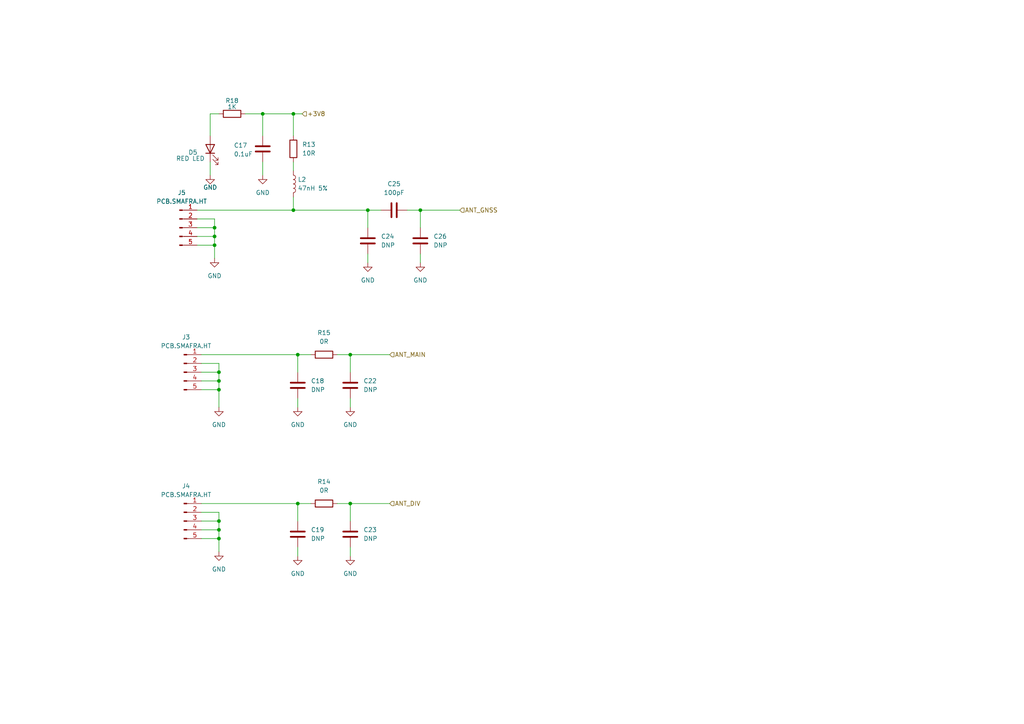
<source format=kicad_sch>
(kicad_sch (version 20231120) (generator "eeschema") (generator_version "8.0")
  (paper "A4")
  (lib_symbols
    (symbol "Connector:Conn_01x05_Pin" (pin_names (offset 1.016) hide)
      (property "Reference" "J" (at 0 7.62 0))
      (property "Value" "Conn_01x05_Pin" (at 0 -7.62 0))
      (symbol "Conn_01x05_Pin_1_1"
        (polyline (pts (xy 1.27 -5.08) (xy 0.8636 -5.08)) (stroke (width 0.1524)))
        (polyline (pts (xy 1.27 -2.54) (xy 0.8636 -2.54)) (stroke (width 0.1524)))
        (polyline (pts (xy 1.27 0) (xy 0.8636 0)) (stroke (width 0.1524)))
        (polyline (pts (xy 1.27 2.54) (xy 0.8636 2.54)) (stroke (width 0.1524)))
        (polyline (pts (xy 1.27 5.08) (xy 0.8636 5.08)) (stroke (width 0.1524)))
        (rectangle (start 0.8636 -4.953) (end 0 -5.207) (stroke (width 0.1524)) (fill (type outline)))
        (rectangle (start 0.8636 -2.413) (end 0 -2.667) (stroke (width 0.1524)) (fill (type outline)))
        (rectangle (start 0.8636 0.127) (end 0 -0.127) (stroke (width 0.1524)) (fill (type outline)))
        (rectangle (start 0.8636 2.667) (end 0 2.413) (stroke (width 0.1524)) (fill (type outline)))
        (rectangle (start 0.8636 5.207) (end 0 4.953) (stroke (width 0.1524)) (fill (type outline)))
        (pin passive line (at 5.08 5.08 180) (length 3.81) (name "Pin_1") (number "1"))
        (pin passive line (at 5.08 2.54 180) (length 3.81) (name "Pin_2") (number "2"))
        (pin passive line (at 5.08 0 180) (length 3.81) (name "Pin_3") (number "3"))
        (pin passive line (at 5.08 -2.54 180) (length 3.81) (name "Pin_4") (number "4"))
        (pin passive line (at 5.08 -5.08 180) (length 3.81) (name "Pin_5") (number "5"))
      )
    )
    (symbol "Device:C" (pin_numbers hide) (pin_names (offset 0.254))
      (property "Reference" "C" (at 0.635 2.54 0))
      (property "Value" "C" (at 0.635 -2.54 0))
      (symbol "C_0_1"
        (polyline (pts (xy -2.032 -0.762) (xy 2.032 -0.762)) (stroke (width 0.508)))
        (polyline (pts (xy -2.032 0.762) (xy 2.032 0.762)) (stroke (width 0.508)))
      )
      (symbol "C_1_1"
        (pin passive line (at 0 3.81 270) (length 2.794) (name "~") (number "1"))
        (pin passive line (at 0 -3.81 90) (length 2.794) (name "~") (number "2"))
      )
    )
    (symbol "Device:L" (pin_numbers hide) (pin_names (offset 1.016) hide)
      (property "Reference" "L" (at -1.27 0 90))
      (property "Value" "L" (at 1.905 0 90))
      (symbol "L_0_1"
        (arc (start 0 -2.54) (mid 0.6323 -1.905) (end 0 -1.27))
        (arc (start 0 -1.27) (mid 0.6323 -0.635) (end 0 0))
        (arc (start 0 0) (mid 0.6323 0.635) (end 0 1.27))
        (arc (start 0 1.27) (mid 0.6323 1.905) (end 0 2.54))
      )
      (symbol "L_1_1"
        (pin passive line (at 0 3.81 270) (length 1.27) (name "1") (number "1"))
        (pin passive line (at 0 -3.81 90) (length 1.27) (name "2") (number "2"))
      )
    )
    (symbol "Device:LED" (pin_numbers hide) (pin_names (offset 1.016) hide)
      (property "Reference" "D" (at 0 2.54 0))
      (property "Value" "LED" (at 0 -2.54 0))
      (symbol "LED_0_1"
        (polyline (pts (xy -1.27 -1.27) (xy -1.27 1.27)) (stroke (width 0.254)))
        (polyline (pts (xy -1.27 0) (xy 1.27 0)))
        (polyline (pts (xy 1.27 -1.27) (xy 1.27 1.27) (xy -1.27 0) (xy 1.27 -1.27)) (stroke (width 0.254)))
        (polyline (pts (xy -3.048 -0.762) (xy -4.572 -2.286) (xy -3.81 -2.286) (xy -4.572 -2.286) (xy -4.572 -1.524)))
        (polyline (pts (xy -1.778 -0.762) (xy -3.302 -2.286) (xy -2.54 -2.286) (xy -3.302 -2.286) (xy -3.302 -1.524)))
      )
      (symbol "LED_1_1"
        (pin passive line (at -3.81 0 0) (length 2.54) (name "K") (number "1"))
        (pin passive line (at 3.81 0 180) (length 2.54) (name "A") (number "2"))
      )
    )
    (symbol "Device:R" (pin_numbers hide) (pin_names (offset 0))
      (property "Reference" "R" (at 2.032 0 90))
      (property "Value" "R" (at 0 0 90))
      (symbol "R_0_1"
        (rectangle (start -1.016 -2.54) (end 1.016 2.54) (stroke (width 0.254)))
      )
      (symbol "R_1_1"
        (pin passive line (at 0 3.81 270) (length 1.27) (name "~") (number "1"))
        (pin passive line (at 0 -3.81 90) (length 1.27) (name "~") (number "2"))
      )
    )
    (symbol "power:GND" (power) (pin_names (offset 0))
      (property "Value" "GND" (at 0 -3.81 0))
      (symbol "GND_0_1"
        (polyline (pts (xy 0 0) (xy 0 -1.27) (xy 1.27 -1.27) (xy 0 -2.54) (xy -1.27 -1.27) (xy 0 -1.27)))
      )
      (symbol "GND_1_1"
        (pin power_in line (at 0 0 270) (length 0) hide (name "GND") (number "1"))
      )
    )
  )
  (junction (at 63.5 151.13))
  (junction (at 63.5 110.49))
  (junction (at 101.6 146.05))
  (junction (at 121.92 60.96))
  (junction (at 86.36 146.05))
  (junction (at 63.5 153.67))
  (junction (at 101.6 102.87))
  (junction (at 63.5 156.21))
  (junction (at 62.23 66.04))
  (junction (at 85.09 60.96))
  (junction (at 76.2 33.02))
  (junction (at 106.68 60.96))
  (junction (at 63.5 113.03))
  (junction (at 62.23 68.58))
  (junction (at 85.09 33.02))
  (junction (at 62.23 71.12))
  (junction (at 86.36 102.87))
  (junction (at 63.5 107.95))
  (wire (pts (xy 63.5 151.13) (xy 63.5 153.67)))
  (wire (pts (xy 85.09 33.02) (xy 85.09 39.37)))
  (wire (pts (xy 86.36 118.11) (xy 86.36 115.57)))
  (wire (pts (xy 76.2 33.02) (xy 85.09 33.02)))
  (wire (pts (xy 57.15 68.58) (xy 62.23 68.58)))
  (wire (pts (xy 62.23 71.12) (xy 62.23 74.93)))
  (wire (pts (xy 86.36 146.05) (xy 90.17 146.05)))
  (wire (pts (xy 101.6 102.87) (xy 113.03 102.87)))
  (wire (pts (xy 57.15 71.12) (xy 62.23 71.12)))
  (wire (pts (xy 62.23 63.5) (xy 62.23 66.04)))
  (wire (pts (xy 86.36 102.87) (xy 90.17 102.87)))
  (wire (pts (xy 58.42 148.59) (xy 63.5 148.59)))
  (wire (pts (xy 57.15 66.04) (xy 62.23 66.04)))
  (wire (pts (xy 71.12 33.02) (xy 76.2 33.02)))
  (wire (pts (xy 97.79 102.87) (xy 101.6 102.87)))
  (wire (pts (xy 121.92 76.2) (xy 121.92 73.66)))
  (wire (pts (xy 85.09 60.96) (xy 106.68 60.96)))
  (wire (pts (xy 60.96 33.02) (xy 60.96 39.37)))
  (wire (pts (xy 62.23 66.04) (xy 62.23 68.58)))
  (wire (pts (xy 63.5 148.59) (xy 63.5 151.13)))
  (wire (pts (xy 58.42 110.49) (xy 63.5 110.49)))
  (wire (pts (xy 63.5 113.03) (xy 63.5 118.11)))
  (wire (pts (xy 101.6 151.13) (xy 101.6 146.05)))
  (wire (pts (xy 97.79 146.05) (xy 101.6 146.05)))
  (wire (pts (xy 101.6 107.95) (xy 101.6 102.87)))
  (wire (pts (xy 101.6 161.29) (xy 101.6 158.75)))
  (wire (pts (xy 57.15 60.96) (xy 85.09 60.96)))
  (wire (pts (xy 76.2 46.99) (xy 76.2 50.8)))
  (wire (pts (xy 62.23 68.58) (xy 62.23 71.12)))
  (wire (pts (xy 60.96 50.8) (xy 60.96 46.99)))
  (wire (pts (xy 121.92 66.04) (xy 121.92 60.96)))
  (wire (pts (xy 86.36 151.13) (xy 86.36 146.05)))
  (wire (pts (xy 58.42 113.03) (xy 63.5 113.03)))
  (wire (pts (xy 63.5 156.21) (xy 63.5 160.02)))
  (wire (pts (xy 106.68 66.04) (xy 106.68 60.96)))
  (wire (pts (xy 63.5 153.67) (xy 63.5 156.21)))
  (wire (pts (xy 58.42 105.41) (xy 63.5 105.41)))
  (wire (pts (xy 118.11 60.96) (xy 121.92 60.96)))
  (wire (pts (xy 86.36 107.95) (xy 86.36 102.87)))
  (wire (pts (xy 106.68 60.96) (xy 110.49 60.96)))
  (wire (pts (xy 63.5 110.49) (xy 63.5 113.03)))
  (wire (pts (xy 76.2 33.02) (xy 76.2 39.37)))
  (wire (pts (xy 85.09 57.15) (xy 85.09 60.96)))
  (wire (pts (xy 63.5 105.41) (xy 63.5 107.95)))
  (wire (pts (xy 106.68 76.2) (xy 106.68 73.66)))
  (wire (pts (xy 101.6 146.05) (xy 113.03 146.05)))
  (wire (pts (xy 58.42 102.87) (xy 86.36 102.87)))
  (wire (pts (xy 58.42 151.13) (xy 63.5 151.13)))
  (wire (pts (xy 60.96 33.02) (xy 63.5 33.02)))
  (wire (pts (xy 58.42 153.67) (xy 63.5 153.67)))
  (wire (pts (xy 58.42 107.95) (xy 63.5 107.95)))
  (wire (pts (xy 57.15 63.5) (xy 62.23 63.5)))
  (wire (pts (xy 86.36 161.29) (xy 86.36 158.75)))
  (wire (pts (xy 63.5 107.95) (xy 63.5 110.49)))
  (wire (pts (xy 85.09 33.02) (xy 87.63 33.02)))
  (wire (pts (xy 85.09 46.99) (xy 85.09 49.53)))
  (wire (pts (xy 101.6 118.11) (xy 101.6 115.57)))
  (wire (pts (xy 58.42 146.05) (xy 86.36 146.05)))
  (wire (pts (xy 58.42 156.21) (xy 63.5 156.21)))
  (wire (pts (xy 121.92 60.96) (xy 133.35 60.96)))
  (hierarchical_label "+3V8" (shape input) (at 87.63 33.02 0))
  (hierarchical_label "ANT_GNSS" (shape input) (at 133.35 60.96 0))
  (hierarchical_label "ANT_DIV" (shape input) (at 113.03 146.05 0))
  (hierarchical_label "ANT_MAIN" (shape input) (at 113.03 102.87 0))
  (symbol (lib_id "power:GND") (at 63.5 118.11 0) (unit 1)
    (property "Reference" "#PWR025" (effects (hide yes)))
    (property "Value" "GND" (at 63.5 123.19 0))
    (property "Description" "Power symbol creates a global label with name \"GND\" , ground" (effects (hide yes)))
  )
  (symbol (lib_id "power:GND") (at 63.5 160.02 0) (unit 1)
    (property "Reference" "#PWR029" (effects (hide yes)))
    (property "Value" "GND" (at 63.5 165.1 0))
    (property "Description" "Power symbol creates a global label with name \"GND\" , ground" (effects (hide yes)))
  )
  (symbol (lib_id "Device:C") (at 121.92 69.85 0) (unit 1)
    (property "Reference" "C26" (at 125.73 68.5799 0) (effects (justify left)))
    (property "Value" "DNP" (at 125.73 71.1199 0) (effects (justify left)))
    (property "Footprint" "Capacitor_SMD:C_0603_1608Metric" (effects (hide yes)))
    (property "Description" "Unpolarized capacitor" (effects (hide yes)))
  )
  (symbol (lib_id "power:GND") (at 62.23 74.93 0) (unit 1)
    (property "Reference" "#PWR024" (effects (hide yes)))
    (property "Value" "GND" (at 62.23 80.01 0))
    (property "Description" "Power symbol creates a global label with name \"GND\" , ground" (effects (hide yes)))
  )
  (symbol (lib_id "power:GND") (at 101.6 161.29 0) (unit 1)
    (property "Reference" "#PWR032" (effects (hide yes)))
    (property "Value" "GND" (at 101.6 166.37 0))
    (property "Description" "Power symbol creates a global label with name \"GND\" , ground" (effects (hide yes)))
  )
  (symbol (lib_id "power:GND") (at 86.36 161.29 0) (unit 1)
    (property "Reference" "#PWR031" (effects (hide yes)))
    (property "Value" "GND" (at 86.36 166.37 0))
    (property "Description" "Power symbol creates a global label with name \"GND\" , ground" (effects (hide yes)))
  )
  (symbol (lib_id "Device:C") (at 76.2 43.18 0) (unit 1)
    (property "Reference" "C17" (at 67.818 42.164 0) (effects (justify left)))
    (property "Value" "0.1uF" (at 67.818 44.704 0) (effects (justify left)))
    (property "Footprint" "Capacitor_SMD:C_0603_1608Metric" (effects (hide yes)))
    (property "Description" "Unpolarized capacitor" (effects (hide yes)))
  )
  (symbol (lib_id "Device:C") (at 101.6 154.94 0) (unit 1)
    (property "Reference" "C23" (at 105.41 153.6699 0) (effects (justify left)))
    (property "Value" "DNP" (at 105.41 156.2099 0) (effects (justify left)))
    (property "Footprint" "Capacitor_SMD:C_0603_1608Metric" (effects (hide yes)))
    (property "Description" "Unpolarized capacitor" (effects (hide yes)))
  )
  (symbol (lib_id "Device:L") (at 85.09 53.34 0) (unit 1)
    (property "Reference" "L2" (at 86.36 52.0699 0) (effects (justify left)))
    (property "Value" "47nH 5%" (at 86.36 54.6099 0) (effects (justify left)))
    (property "Footprint" "Inductor_SMD:L_0402_1005Metric" (effects (hide yes)))
    (property "Datasheet" "  300mA 47nH ±5% 720mΩ 0402 Inductors (SMD) ROHS" (effects (hide yes)))
    (property "Description" "300mA 47nH ±5% 720mΩ 0402 Inductors (SMD) ROHS" (effects (hide yes)))
    (property "MPN" "LQG15HS47NJ02D" (effects (hide yes)))
  )
  (symbol (lib_id "Device:R") (at 85.09 43.18 0) (unit 1)
    (property "Reference" "R13" (at 87.63 41.9099 0) (effects (justify left)))
    (property "Value" "10R" (at 87.63 44.4499 0) (effects (justify left)))
    (property "Footprint" "Resistor_SMD:R_0603_1608Metric" (effects (hide yes)))
    (property "Description" "Resistor" (effects (hide yes)))
  )
  (symbol (lib_id "power:GND") (at 76.2 50.8 0) (unit 1)
    (property "Reference" "#PWR013" (effects (hide yes)))
    (property "Value" "GND" (at 76.2 55.88 0))
    (property "Description" "Power symbol creates a global label with name \"GND\" , ground" (effects (hide yes)))
  )
  (symbol (lib_id "Device:R") (at 67.31 33.02 90) (unit 1)
    (property "Reference" "R18" (at 67.31 29.21 90))
    (property "Value" "1K" (at 67.31 30.988 90))
    (property "Footprint" "Resistor_SMD:R_0603_1608Metric" (effects (hide yes)))
    (property "Description" "Resistor" (effects (hide yes)))
  )
  (symbol (lib_id "Connector:Conn_01x05_Pin") (at 53.34 107.95 0) (unit 1)
    (property "Reference" "J3" (at 53.975 97.79 0))
    (property "Value" "PCB.SMAFRA.HT" (at 53.975 100.33 0))
    (property "Footprint" "Library:PCB.SMAFRA.HT" (effects (hide yes)))
    (property "Description" "  SMA Connector Jack, Female Socket 50 Ohms Through Hole, Right Angle Solder" (effects (hide yes)))
    (property "MPN" "Right angle SMA inner Hole " (effects (hide yes)))
  )
  (symbol (lib_id "power:GND") (at 106.68 76.2 0) (unit 1)
    (property "Reference" "#PWR022" (effects (hide yes)))
    (property "Value" "GND" (at 106.68 81.28 0))
    (property "Description" "Power symbol creates a global label with name \"GND\" , ground" (effects (hide yes)))
  )
  (symbol (lib_id "Device:C") (at 101.6 111.76 0) (unit 1)
    (property "Reference" "C22" (at 105.41 110.4899 0) (effects (justify left)))
    (property "Value" "DNP" (at 105.41 113.0299 0) (effects (justify left)))
    (property "Footprint" "Capacitor_SMD:C_0603_1608Metric" (effects (hide yes)))
    (property "Description" "Unpolarized capacitor" (effects (hide yes)))
  )
  (symbol (lib_id "power:GND") (at 60.96 50.8 0) (unit 1)
    (property "Reference" "#PWR06" (effects (hide yes)))
    (property "Value" "GND" (at 60.96 54.356 0))
    (property "Description" "Power symbol creates a global label with name \"GND\" , ground" (effects (hide yes)))
  )
  (symbol (lib_id "power:GND") (at 101.6 118.11 0) (unit 1)
    (property "Reference" "#PWR028" (effects (hide yes)))
    (property "Value" "GND" (at 101.6 123.19 0))
    (property "Description" "Power symbol creates a global label with name \"GND\" , ground" (effects (hide yes)))
  )
  (symbol (lib_id "Device:R") (at 93.98 102.87 90) (unit 1)
    (property "Reference" "R15" (at 93.98 96.52 90))
    (property "Value" "0R" (at 93.98 99.06 90))
    (property "Footprint" "Resistor_SMD:R_0603_1608Metric" (effects (hide yes)))
    (property "Description" "Resistor" (effects (hide yes)))
  )
  (symbol (lib_id "Connector:Conn_01x05_Pin") (at 52.07 66.04 0) (unit 1)
    (property "Reference" "J5" (at 52.705 55.88 0))
    (property "Value" "PCB.SMAFRA.HT" (at 52.705 58.42 0))
    (property "Footprint" "Library:PCB.SMAFRA.HT" (effects (hide yes)))
    (property "Description" "  SMA Connector Jack, Female Socket 50 Ohms Through Hole, Right Angle Solder" (effects (hide yes)))
    (property "MPN" "Right angle SMA inner Hole " (effects (hide yes)))
  )
  (symbol (lib_id "Device:C") (at 106.68 69.85 180) (unit 1)
    (property "Reference" "C24" (at 110.49 68.5799 0) (effects (justify right)))
    (property "Value" "DNP" (at 110.49 71.1199 0) (effects (justify right)))
    (property "Footprint" "Capacitor_SMD:C_0603_1608Metric" (effects (hide yes)))
    (property "Description" "Unpolarized capacitor" (effects (hide yes)))
  )
  (symbol (lib_id "Device:C") (at 86.36 111.76 180) (unit 1)
    (property "Reference" "C18" (at 90.17 110.4899 0) (effects (justify right)))
    (property "Value" "DNP" (at 90.17 113.0299 0) (effects (justify right)))
    (property "Footprint" "Capacitor_SMD:C_0603_1608Metric" (effects (hide yes)))
    (property "Description" "Unpolarized capacitor" (effects (hide yes)))
  )
  (symbol (lib_id "Device:LED") (at 60.96 43.18 90) (unit 1)
    (property "Reference" "D5" (at 54.61 44.196 90) (effects (justify right)))
    (property "Value" "RED LED" (at 51.054 45.974 90) (effects (justify right)))
    (property "Footprint" "LED_SMD:LED_0805_2012Metric" (effects (hide yes)))
    (property "Description" "Light emitting diode" (effects (hide yes)))
  )
  (symbol (lib_id "Device:C") (at 114.3 60.96 90) (unit 1)
    (property "Reference" "C25" (at 114.3 53.34 90))
    (property "Value" "100pF" (at 114.3 55.88 90))
    (property "Footprint" "Capacitor_SMD:C_0603_1608Metric" (effects (hide yes)))
    (property "Description" "Unpolarized capacitor" (effects (hide yes)))
  )
  (symbol (lib_id "power:GND") (at 86.36 118.11 0) (unit 1)
    (property "Reference" "#PWR027" (effects (hide yes)))
    (property "Value" "GND" (at 86.36 123.19 0))
    (property "Description" "Power symbol creates a global label with name \"GND\" , ground" (effects (hide yes)))
  )
  (symbol (lib_id "Device:C") (at 86.36 154.94 180) (unit 1)
    (property "Reference" "C19" (at 90.17 153.6699 0) (effects (justify right)))
    (property "Value" "DNP" (at 90.17 156.2099 0) (effects (justify right)))
    (property "Footprint" "Capacitor_SMD:C_0603_1608Metric" (effects (hide yes)))
    (property "Description" "Unpolarized capacitor" (effects (hide yes)))
  )
  (symbol (lib_id "Device:R") (at 93.98 146.05 90) (unit 1)
    (property "Reference" "R14" (at 93.98 139.7 90))
    (property "Value" "0R" (at 93.98 142.24 90))
    (property "Footprint" "Resistor_SMD:R_0603_1608Metric" (effects (hide yes)))
    (property "Description" "Resistor" (effects (hide yes)))
  )
  (symbol (lib_id "Connector:Conn_01x05_Pin") (at 53.34 151.13 0) (unit 1)
    (property "Reference" "J4" (at 53.975 140.97 0))
    (property "Value" "PCB.SMAFRA.HT" (at 53.975 143.51 0))
    (property "Footprint" "Library:PCB.SMAFRA.HT" (effects (hide yes)))
    (property "Description" "  SMA Connector Jack, Female Socket 50 Ohms Through Hole, Right Angle Solder" (effects (hide yes)))
    (property "MPN" "Right angle SMA inner Hole " (effects (hide yes)))
  )
  (symbol (lib_id "power:GND") (at 121.92 76.2 0) (unit 1)
    (property "Reference" "#PWR023" (effects (hide yes)))
    (property "Value" "GND" (at 121.92 81.28 0))
    (property "Description" "Power symbol creates a global label with name \"GND\" , ground" (effects (hide yes)))
  )
)
</source>
